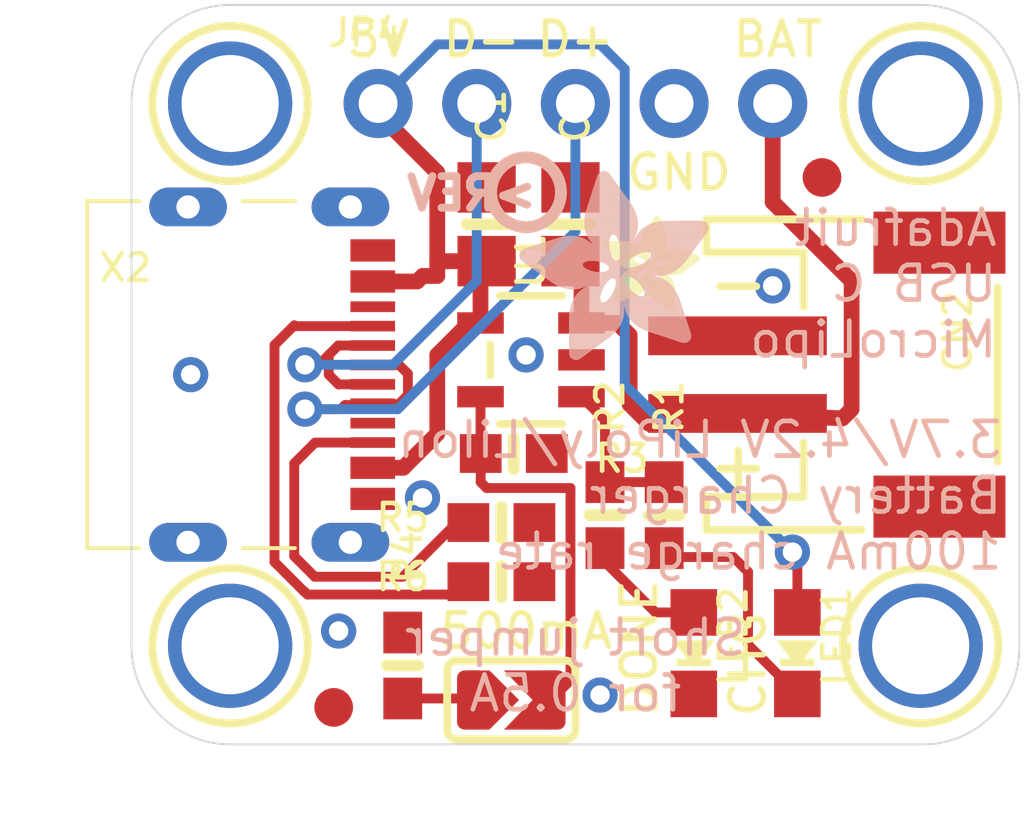
<source format=kicad_pcb>
(kicad_pcb (version 20211014) (generator pcbnew)
  (layers (0 "F.Cu" signal) (31 "B.Cu" signal) (34 "B.Paste" user) (35 "F.Paste" user) (36 "B.SilkS" user "B.Silkscreen") (37 "F.SilkS" user "F.Silkscreen") (38 "B.Mask" user) (39 "F.Mask" user) (44 "Edge.Cuts" user))
  (net 0 "")
  (net 1 "GND")
  (net 2 "N$1")
  (net 3 "N$2")
  (net 4 "VBAT")
  (net 5 "N$5")
  (net 6 "N$6")
  (net 7 "N$3")
  (net 8 "D+")
  (net 9 "D-")
  (net 10 "CC1")
  (net 11 "CC2")
  (net 12 "5V")
  (footprint "boardEagle:MOUNTINGHOLE_2.5_PLATED" (layer "F.Cu") (at 139.6111 98.018193)
    (fp_text reference "U$12" hide)
    (fp_text value "MOUNTINGHOLE2.5" hide)
    (pad "P$1" thru_hole circle (at 0 0) (size 3.2 3.2) (drill 2.5) (layers *.Cu *.Mask))
  )
  (footprint "boardEagle:0805-NO@1" (layer "F.Cu") (at 148.3741 101.129693 90)
    (fp_text reference "C2" (at 2.032 0.127 90) (layer "F.SilkS") (effects (font (size 0.692831 0.692831) (thickness 0.119969)) (justify left)))
    (fp_text value "10µF")
    (pad "1" smd rect (at -0.95 0 90) (size 1.3 1.5) (layers "F.Cu" "F.Paste" "F.Mask") (net 4 "VBAT"))
    (pad "2" smd rect (at 0.95 0 90) (size 1.3 1.5) (layers "F.Cu" "F.Paste" "F.Mask") (net 1 "GND"))
  )
  (footprint "boardEagle:MOUNTINGHOLE_2.5_PLATED" (layer "F.Cu") (at 139.6111 111.988193)
    (fp_text reference "U$11" hide)
    (fp_text value "MOUNTINGHOLE2.5" hide)
    (pad "P$1" thru_hole circle (at 0 0) (size 3.2 3.2) (drill 2.5) (layers *.Cu *.Mask))
  )
  (footprint "boardEagle:JSTPH2" (layer "F.Cu") (at 156.3751 105.003193 -90)
    (fp_text reference "CN2" (at -2.2225 -1.9685 90) (layer "F.SilkS") (effects (font (size 0.692831 0.692831) (thickness 0.119969)) (justify right)))
    (fp_text value "JSTPH")
    (pad "1" smd rect (at -1 3.7 270) (size 1 4.6) (layers "F.Cu" "F.Paste" "F.Mask") (net 1 "GND"))
    (pad "2" smd rect (at 1 3.7 270) (size 1 4.6) (layers "F.Cu" "F.Paste" "F.Mask") (net 4 "VBAT"))
    (pad "NC1" smd rect (at -3.4 -1.5) (size 3.4 1.6) (layers "F.Cu" "F.Paste" "F.Mask"))
    (pad "NC2" smd rect (at 3.4 -1.5) (size 3.4 1.6) (layers "F.Cu" "F.Paste" "F.Mask"))
  )
  (footprint "boardEagle:CHIPLED_0805_NOOUTLINE" (layer "F.Cu") (at 154.2161 112.178693 180)
    (fp_text reference "LED1" (at -1.016 1.778 90) (layer "F.SilkS") (effects (font (size 0.692831 0.692831) (thickness 0.119969)) (justify right)))
    (fp_text value "RED")
    (pad "A" smd rect (at 0 1.05 180) (size 1.2 1.2) (layers "F.Cu" "F.Paste" "F.Mask") (net 12 "5V"))
    (pad "C" smd rect (at 0 -1.05 180) (size 1.2 1.2) (layers "F.Cu" "F.Paste" "F.Mask") (net 2 "N$1"))
  )
  (footprint "boardEagle:FIDUCIAL_1MM" (layer "F.Cu") (at 142.2781 113.575693)
    (fp_text reference "FID1" hide)
    (fp_text value "FIDUCIAL\"\"" hide)
    (pad "1" smd roundrect (at 0 0) (size 1 1) (layers "F.Cu" "F.Mask") (roundrect_rratio 0.5))
  )
  (footprint "boardEagle:ADAFRUIT_2.5MM" (layer "F.Cu") (at 149.2631 103.352193)
    (fp_text reference "U$2" hide)
    (fp_text value "" hide)
  )
  (footprint "boardEagle:MOUNTINGHOLE_2.5_PLATED" (layer "F.Cu") (at 157.3911 98.018193)
    (fp_text reference "U$10" hide)
    (fp_text value "MOUNTINGHOLE2.5" hide)
    (pad "P$1" thru_hole circle (at 0 0) (size 3.2 3.2) (drill 2.5) (layers *.Cu *.Mask))
  )
  (footprint "boardEagle:MOUNTINGHOLE_2.5_PLATED" (layer "F.Cu") (at 157.3911 111.988193)
    (fp_text reference "U$9" hide)
    (fp_text value "MOUNTINGHOLE2.5" hide)
    (pad "P$1" thru_hole circle (at 0 0) (size 3.2 3.2) (drill 2.5) (layers *.Cu *.Mask))
  )
  (footprint "boardEagle:FIDUCIAL_1MM" (layer "F.Cu") (at 154.8511 99.923193)
    (fp_text reference "FID2" hide)
    (fp_text value "FIDUCIAL\"\"" hide)
    (pad "1" smd roundrect (at 0 0) (size 1 1) (layers "F.Cu" "F.Mask") (roundrect_rratio 0.5))
  )
  (footprint "boardEagle:SOLDERJUMPER_ARROW_NOPASTE" (layer "F.Cu") (at 146.8501 113.385193)
    (fp_text reference "SJ1" hide)
    (fp_text value "")
    (fp_poly (pts (xy 0.201021 0) (xy -0.560979 0.762) (xy -1.1684 0.762) (xy -1.1684 -0.762) (xy -0.560979 -0.762)) (layer "F.Cu") (width 0) (fill solid))
    (fp_poly (pts (xy 1.1684 0.762) (xy -0.186831 0.762) (xy 0.548892 0) (xy -0.186831 -0.762) (xy 1.1684 -0.762)) (layer "F.Cu") (width 0) (fill solid))
    (pad "1" smd roundrect (at -1.016 0) (size 0.762 1.524) (layers "F.Cu") (net 7 "N$3"))
    (pad "2" smd roundrect (at 1.016 0) (size 0.762 1.524) (layers "F.Cu") (net 5 "N$5"))
  )
  (footprint "boardEagle:0603-NO" (layer "F.Cu") (at 144.0561 112.496193 90)
    (fp_text reference "R4" (at 2.032 0.127 90) (layer "F.SilkS") (effects (font (size 0.692831 0.692831) (thickness 0.119969)) (justify left)))
    (fp_text value "2.2K")
    (pad "1" smd rect (at -0.85 0 90) (size 1.075 1) (layers "F.Cu" "F.Paste" "F.Mask") (net 7 "N$3"))
    (pad "2" smd rect (at 0.85 0 90) (size 1.075 1) (layers "F.Cu" "F.Paste" "F.Mask") (net 1 "GND"))
  )
  (footprint "boardEagle:0805-NO@1" (layer "F.Cu") (at 146.2151 101.129693 90)
    (fp_text reference "C1" (at 2.032 0.127 90) (layer "F.SilkS") (effects (font (size 0.692831 0.692831) (thickness 0.119969)) (justify left)))
    (fp_text value "10µF")
    (pad "1" smd rect (at -0.95 0 90) (size 1.3 1.5) (layers "F.Cu" "F.Paste" "F.Mask") (net 12 "5V"))
    (pad "2" smd rect (at 0.95 0 90) (size 1.3 1.5) (layers "F.Cu" "F.Paste" "F.Mask") (net 1 "GND"))
  )
  (footprint "boardEagle:0603-NO" (layer "F.Cu") (at 149.2631 108.622693 90)
    (fp_text reference "R2" (at 2.032 0.127 90) (layer "F.SilkS") (effects (font (size 0.692831 0.692831) (thickness 0.119969)) (justify left)))
    (fp_text value "470")
    (pad "1" smd rect (at -0.85 0 90) (size 1.075 1) (layers "F.Cu" "F.Paste" "F.Mask") (net 6 "N$6"))
    (pad "2" smd rect (at 0.85 0 90) (size 1.075 1) (layers "F.Cu" "F.Paste" "F.Mask") (net 3 "N$2"))
  )
  (footprint "boardEagle:0603-NO" (layer "F.Cu") (at 150.7871 108.622693 90)
    (fp_text reference "R1" (at 2.032 0.127 90) (layer "F.SilkS") (effects (font (size 0.692831 0.692831) (thickness 0.119969)) (justify left)))
    (fp_text value "470")
    (pad "1" smd rect (at -0.85 0 90) (size 1.075 1) (layers "F.Cu" "F.Paste" "F.Mask") (net 2 "N$1"))
    (pad "2" smd rect (at 0.85 0 90) (size 1.075 1) (layers "F.Cu" "F.Paste" "F.Mask") (net 3 "N$2"))
  )
  (footprint "boardEagle:USB_C_CUSB31-CFM2AX-01-X" (layer "F.Cu") (at 135.9281 105.003193 -90)
    (fp_text reference "X2" (at -2.75 -0.25) (layer "F.SilkS") (effects (font (size 0.692831 0.692831) (thickness 0.119969)) (justify left)))
    (fp_text value "")
    (pad "" np_thru_hole circle (at -2.89 -6.28 270) (size 0.65 0.65) (drill 0.65) (layers *.Cu *.Mask))
    (pad "" np_thru_hole circle (at 2.89 -6.28 270) (size 0.65 0.65) (drill 0.65) (layers *.Cu *.Mask))
    (pad "A1B12" smd rect (at -3.2 -7.355 270) (size 0.575 1.15) (layers "F.Cu" "F.Paste" "F.Mask") (net 1 "GND"))
    (pad "A4B9" smd rect (at -2.4 -7.355 270) (size 0.575 1.15) (layers "F.Cu" "F.Paste" "F.Mask") (net 12 "5V"))
    (pad "A5" smd rect (at -1.25 -7.355 270) (size 0.275 1.15) (layers "F.Cu" "F.Paste" "F.Mask") (net 10 "CC1"))
    (pad "A6" smd rect (at -0.25 -7.355 270) (size 0.275 1.15) (layers "F.Cu" "F.Paste" "F.Mask") (net 8 "D+"))
    (pad "A7" smd rect (at 0.25 -7.355 270) (size 0.275 1.15) (layers "F.Cu" "F.Paste" "F.Mask") (net 9 "D-"))
    (pad "A8" smd rect (at 1.25 -7.355 270) (size 0.275 1.15) (layers "F.Cu" "F.Paste" "F.Mask"))
    (pad "B1A12" smd rect (at 3.2 -7.355 270) (size 0.575 1.15) (layers "F.Cu" "F.Paste" "F.Mask") (net 1 "GND"))
    (pad "B4A9" smd rect (at 2.4 -7.355 270) (size 0.575 1.15) (layers "F.Cu" "F.Paste" "F.Mask") (net 12 "5V"))
    (pad "B5" smd rect (at 1.75 -7.355 270) (size 0.275 1.15) (layers "F.Cu" "F.Paste" "F.Mask") (net 11 "CC2"))
    (pad "B6" smd rect (at 0.75 -7.355 270) (size 0.275 1.15) (layers "F.Cu" "F.Paste" "F.Mask") (net 8 "D+"))
    (pad "B7" smd rect (at -0.75 -7.355 270) (size 0.275 1.15) (layers "F.Cu" "F.Paste" "F.Mask") (net 9 "D-"))
    (pad "B8" smd rect (at -1.75 -7.355 270) (size 0.275 1.15) (layers "F.Cu" "F.Paste" "F.Mask"))
    (pad "M1" thru_hole oval (at -4.32 -6.78) (size 2 1) (drill 0.6) (layers *.Cu *.Mask))
    (pad "M2" thru_hole oval (at 4.32 -6.78) (size 2 1) (drill 0.6) (layers *.Cu *.Mask))
    (pad "M3" thru_hole oval (at -4.32 -2.6) (size 2 1) (drill 0.6) (layers *.Cu *.Mask))
    (pad "M4" thru_hole oval (at 4.32 -2.6) (size 2 1) (drill 0.6) (layers *.Cu *.Mask))
  )
  (footprint "boardEagle:SOT23-5" (layer "F.Cu") (at 147.3581 104.622193 90)
    (fp_text reference "U1" (at 1.778 0 90) (layer "F.SilkS") (effects (font (size 0.692831 0.692831) (thickness 0.119969)) (justify left)))
    (fp_text value "MCP73831T-2ACI/OT")
    (pad "1" smd rect (at -0.95 1.3001 90) (size 0.55 1.2) (layers "F.Cu" "F.Paste" "F.Mask") (net 3 "N$2"))
    (pad "2" smd rect (at 0 1.3001 90) (size 0.55 1.2) (layers "F.Cu" "F.Paste" "F.Mask") (net 1 "GND"))
    (pad "3" smd rect (at 0.95 1.3001 90) (size 0.55 1.2) (layers "F.Cu" "F.Paste" "F.Mask") (net 4 "VBAT"))
    (pad "4" smd rect (at 0.95 -1.3001 90) (size 0.55 1.2) (layers "F.Cu" "F.Paste" "F.Mask") (net 12 "5V"))
    (pad "5" smd rect (at -0.95 -1.3001 90) (size 0.55 1.2) (layers "F.Cu" "F.Paste" "F.Mask") (net 5 "N$5"))
  )
  (footprint "boardEagle:0603-NO" (layer "F.Cu") (at 146.5961 108.813193 180)
    (fp_text reference "R5" (at 1.778 0.127) (layer "F.SilkS") (effects (font (size 0.692831 0.692831) (thickness 0.119969)) (justify right)))
    (fp_text value "5.1K")
    (pad "1" smd rect (at -0.85 0 180) (size 1.075 1) (layers "F.Cu" "F.Paste" "F.Mask") (net 1 "GND"))
    (pad "2" smd rect (at 0.85 0 180) (size 1.075 1) (layers "F.Cu" "F.Paste" "F.Mask") (net 11 "CC2"))
  )
  (footprint "boardEagle:1X05_ROUND_70" (layer "F.Cu") (at 148.5011 98.018193)
    (fp_text reference "JP4" (at -6.4262 -1.8288) (layer "F.SilkS") (effects (font (size 0.692831 0.692831) (thickness 0.119969)) (justify left)))
    (fp_text value "")
    (pad "1" thru_hole circle (at -5.08 0 90) (size 1.778 1.778) (drill 1) (layers *.Cu *.Mask) (net 12 "5V"))
    (pad "2" thru_hole circle (at -2.54 0 90) (size 1.778 1.778) (drill 1) (layers *.Cu *.Mask) (net 9 "D-"))
    (pad "3" thru_hole circle (at 0 0 90) (size 1.778 1.778) (drill 1) (layers *.Cu *.Mask) (net 8 "D+"))
    (pad "4" thru_hole circle (at 2.54 0 90) (size 1.778 1.778) (drill 1) (layers *.Cu *.Mask) (net 1 "GND"))
    (pad "5" thru_hole circle (at 5.08 0 90) (size 1.778 1.778) (drill 1) (layers *.Cu *.Mask) (net 4 "VBAT"))
  )
  (footprint "boardEagle:CHIPLED_0805_NOOUTLINE" (layer "F.Cu") (at 151.5491 112.178693 180)
    (fp_text reference "LED2" (at -1.016 1.778 90) (layer "F.SilkS") (effects (font (size 0.692831 0.692831) (thickness 0.119969)) (justify right)))
    (fp_text value "GREEN")
    (pad "A" smd rect (at 0 1.05 180) (size 1.2 1.2) (layers "F.Cu" "F.Paste" "F.Mask") (net 6 "N$6"))
    (pad "C" smd rect (at 0 -1.05 180) (size 1.2 1.2) (layers "F.Cu" "F.Paste" "F.Mask") (net 1 "GND"))
  )
  (footprint "boardEagle:0603-NO" (layer "F.Cu") (at 146.9136 107.035193)
    (fp_text reference "R3" (at 2.032 0.127) (layer "F.SilkS") (effects (font (size 0.692831 0.692831) (thickness 0.119969)) (justify left)))
    (fp_text value "10K\\")
    (pad "1" smd rect (at -0.85 0) (size 1.075 1) (layers "F.Cu" "F.Paste" "F.Mask") (net 5 "N$5"))
    (pad "2" smd rect (at 0.85 0) (size 1.075 1) (layers "F.Cu" "F.Paste" "F.Mask") (net 1 "GND"))
  )
  (footprint "boardEagle:0603-NO" (layer "F.Cu") (at 146.5961 110.337193 180)
    (fp_text reference "R6" (at 1.778 0.127) (layer "F.SilkS") (effects (font (size 0.692831 0.692831) (thickness 0.119969)) (justify right)))
    (fp_text value "5.1K")
    (pad "1" smd rect (at -0.85 0 180) (size 1.075 1) (layers "F.Cu" "F.Paste" "F.Mask") (net 1 "GND"))
    (pad "2" smd rect (at 0.85 0 180) (size 1.075 1) (layers "F.Cu" "F.Paste" "F.Mask") (net 10 "CC1"))
  )
  (footprint "boardEagle:ADAFRUIT_5MM" (layer "B.Cu") (at 151.9301 104.622193 180)
    (fp_text reference "U$13" hide)
    (fp_text value "" hide)
  )
  (footprint "boardEagle:PCBFEAT-REV-040" (layer "B.Cu") (at 147.2311 100.304193 180)
    (fp_text reference "U$16" hide)
    (fp_text value "" hide)
    (fp_text user ">REV" (at -0.3556 -0.508) (layer "B.SilkS") (effects (font (size 0.8128 0.8128) (thickness 0.2032)) (justify left bottom mirror)))
  )
  (gr_line (start 137.0711 111.988193) (end 137.0711 98.018193) (layer "Edge.Cuts") (width 0.05))
  (gr_arc (start 159.9311 112.115193) (mid 159.160849 113.847744) (end 157.3911 114.528193) (layer "Edge.Cuts") (width 0.05))
  (gr_arc (start 157.3911 95.478193) (mid 159.187151 96.222142) (end 159.9311 98.018193) (layer "Edge.Cuts") (width 0.05))
  (gr_arc (start 137.0711 98.018193) (mid 137.815049 96.222142) (end 139.6111 95.478193) (layer "Edge.Cuts") (width 0.05))
  (gr_line (start 157.3911 114.528193) (end 139.6111 114.528193) (layer "Edge.Cuts") (width 0.05))
  (gr_arc (start 139.6111 114.528193) (mid 137.815049 113.784244) (end 137.0711 111.988193) (layer "Edge.Cuts") (width 0.05))
  (gr_line (start 159.9311 98.018193) (end 159.9311 112.115193) (layer "Edge.Cuts") (width 0.05))
  (gr_line (start 139.6111 95.478193) (end 157.3911 95.478193) (layer "Edge.Cuts") (width 0.05))
  (gr_text "" (at 154.4701 109.194193) (layer "B.SilkS") (effects (font (size 0.89408 0.89408) (thickness 0.12192)) (justify left bottom mirror)))
  (gr_text "Short jumper\nfor 0.5A" (at 148.5011 112.496193) (layer "B.SilkS") (effects (font (size 0.89408 0.89408) (thickness 0.12192)) (justify mirror)))
  (gr_text "Adafruit\nUSB C\nMicroLipo" (at 159.4231 104.622193) (layer "B.SilkS") (effects (font (size 0.89408 0.89408) (thickness 0.12192)) (justify left bottom mirror)))
  (gr_text "3.7V/4.2V LiPoly/LiIon\nBattery Charger\n100mA charge rate" (at 159.5501 110.083193) (layer "B.SilkS") (effects (font (size 0.89408 0.89408) (thickness 0.12192)) (justify left bottom mirror)))
  (gr_text "GND" (at 151.1681 99.796193) (layer "F.SilkS") (effects (font (size 0.87376 0.87376) (thickness 0.14224))))
  (gr_text "5V" (at 143.4211 96.367193) (layer "F.SilkS") (effects (font (size 0.87376 0.87376) (thickness 0.14224))))
  (gr_text "D+" (at 148.5011 96.367193) (layer "F.SilkS") (effects (font (size 0.87376 0.87376) (thickness 0.14224))))
  (gr_text "+" (at 151.8031 108.051193) (layer "F.SilkS") (effects (font (size 1.223264 1.223264) (thickness 0.199136)) (justify left bottom)))
  (gr_text "BAT" (at 153.7081 96.367193) (layer "F.SilkS") (effects (font (size 0.87376 0.87376) (thickness 0.14224))))
  (gr_text "DONE" (at 150.6601 113.893193 90) (layer "F.SilkS") (effects (font (size 0.87376 0.87376) (thickness 0.14224)) (justify left bottom)))
  (gr_text "CHG" (at 153.4541 113.893193 90) (layer "F.SilkS") (effects (font (size 0.87376 0.87376) (thickness 0.14224)) (justify left bottom)))
  (gr_text "D-" (at 146.0881 96.367193) (layer "F.SilkS") (effects (font (size 0.87376 0.87376) (thickness 0.14224))))
  (gr_text "500mA" (at 147.2311 111.607193) (layer "F.SilkS") (effects (font (size 0.87376 0.87376) (thickness 0.14224))))
  (gr_text "-" (at 151.8031 103.352193) (layer "F.SilkS") (effects (font (size 1.223264 1.223264) (thickness 0.199136)) (justify left bottom)))
  (via (at 147.2311 104.495193) (size 0.9064) (drill 0.5) (layers "F.Cu" "B.Cu") (net 1))
  (via (at 153.5811 102.717193) (size 0.9064) (drill 0.5) (layers "F.Cu" "B.Cu") (net 1))
  (via (at 138.5951 105.003193) (size 0.9064) (drill 0.5) (layers "F.Cu" "B.Cu") (net 1))
  (via (at 144.5641 108.178193) (size 0.9064) (drill 0.5) (layers "F.Cu" "B.Cu") (net 1))
  (via (at 149.1361 113.258193) (size 0.9064) (drill 0.5) (layers "F.Cu" "B.Cu") (net 1))
  (via (at 142.4051 111.607193) (size 0.9064) (drill 0.5) (layers "F.Cu" "B.Cu") (net 1))
  (segment (start 150.7871 109.472693) (end 151.0166 109.702193) (width 0.254) (layer "F.Cu") (net 2))
  (segment (start 151.0166 109.702193) (end 152.5651 109.702193) (width 0.254) (layer "F.Cu") (net 2))
  (segment (start 152.9461 110.083193) (end 152.9461 111.958693) (width 0.254) (layer "F.Cu") (net 2))
  (segment (start 152.9461 111.958693) (end 154.2161 113.228693) (width 0.254) (layer "F.Cu") (net 2))
  (segment (start 152.5651 109.702193) (end 152.9461 110.083193) (width 0.254) (layer "F.Cu") (net 2))
  (segment (start 148.6582 105.572193) (end 149.2631 106.177093) (width 0.254) (layer "F.Cu") (net 3))
  (segment (start 149.2631 106.177093) (end 149.2631 107.772693) (width 0.254) (layer "F.Cu") (net 3))
  (segment (start 149.2631 107.772693) (end 150.7871 107.772693) (width 0.254) (layer "F.Cu") (net 3))
  (segment (start 152.5321 106.273193) (end 152.6751 106.003193) (width 0.4064) (layer "F.Cu") (net 4))
  (segment (start 155.6131 102.590193) (end 153.5811 100.558193) (width 0.4064) (layer "F.Cu") (net 4))
  (segment (start 149.5831 103.672193) (end 149.8981 103.987193) (width 0.4064) (layer "F.Cu") (net 4))
  (segment (start 152.6751 106.003193) (end 155.3751 106.130193) (width 0.4064) (layer "F.Cu") (net 4))
  (segment (start 155.3751 106.130193) (end 155.6131 105.892193) (width 0.4064) (layer "F.Cu") (net 4))
  (segment (start 149.8981 105.765193) (end 150.4061 106.273193) (width 0.4064) (layer "F.Cu") (net 4))
  (segment (start 153.5811 100.558193) (end 153.5811 98.018193) (width 0.4064) (layer "F.Cu") (net 4))
  (segment (start 148.6582 102.363793) (end 148.3741 102.079693) (width 0.4064) (layer "F.Cu") (net 4))
  (segment (start 148.6582 103.672193) (end 148.6582 102.363793) (width 0.4064) (layer "F.Cu") (net 4))
  (segment (start 155.6131 105.892193) (end 155.6131 102.590193) (width 0.4064) (layer "F.Cu") (net 4))
  (segment (start 150.4061 106.273193) (end 152.5321 106.273193) (width 0.4064) (layer "F.Cu") (net 4))
  (segment (start 148.6582 103.672193) (end 149.5831 103.672193) (width 0.4064) (layer "F.Cu") (net 4))
  (segment (start 149.8981 103.987193) (end 149.8981 105.765193) (width 0.4064) (layer "F.Cu") (net 4))
  (segment (start 146.0636 107.772693) (end 146.2151 107.924193) (width 0.254) (layer "F.Cu") (net 5))
  (segment (start 146.058 107.029593) (end 146.0636 107.035193) (width 0.254) (layer "F.Cu") (net 5))
  (segment (start 146.2151 107.924193) (end 148.3741 107.924193) (width 0.254) (layer "F.Cu") (net 5))
  (segment (start 148.3741 112.877193) (end 147.8661 113.385193) (width 0.254) (layer "F.Cu") (net 5))
  (segment (start 146.0636 107.035193) (end 146.0636 107.772693) (width 0.254) (layer "F.Cu") (net 5))
  (segment (start 146.058 105.572193) (end 146.058 107.029593) (width 0.254) (layer "F.Cu") (net 5))
  (segment (start 148.3741 107.924193) (end 148.3741 112.877193) (width 0.254) (layer "F.Cu") (net 5))
  (segment (start 149.2631 109.829193) (end 150.5626 111.128693) (width 0.254) (layer "F.Cu") (net 6))
  (segment (start 150.5626 111.128693) (end 151.5491 111.128693) (width 0.254) (layer "F.Cu") (net 6))
  (segment (start 149.2631 109.472693) (end 149.2631 109.829193) (width 0.254) (layer "F.Cu") (net 6))
  (segment (start 144.0561 113.346193) (end 146.2541 113.346193) (width 0.254) (layer "F.Cu") (net 7))
  (segment (start 146.2541 113.346193) (end 146.2151 113.385193) (width 0.254) (layer "F.Cu") (net 7))
  (segment (start 146.2151 113.385193) (end 145.8341 113.385193) (width 0.254) (layer "F.Cu") (net 7))
  (segment (start 143.962575 104.753193) (end 144.1883 104.978918) (width 0.254) (layer "F.Cu") (net 8))
  (segment (start 143.9291 105.765193) (end 143.2951 105.765193) (width 0.254) (layer "F.Cu") (net 8))
  (segment (start 143.2831 104.753193) (end 143.962575 104.753193) (width 0.254) (layer "F.Cu") (net 8))
  (segment (start 142.571325 105.785493) (end 142.464625 105.892193) (width 0.254) (layer "F.Cu") (net 8))
  (segment (start 144.1883 104.978918) (end 144.1883 105.527468) (width 0.254) (layer "F.Cu") (net 8))
  (segment (start 143.2831 105.753193) (end 143.2951 105.765193) (width 0.254) (layer "F.Cu") (net 8))
  (segment (start 143.2508 105.785493) (end 142.571325 105.785493) (width 0.254) (layer "F.Cu") (net 8))
  (segment (start 143.2831 105.753193) (end 143.2508 105.785493) (width 0.254) (layer "F.Cu") (net 8))
  (segment (start 142.464625 105.892193) (end 141.5375 105.892193) (width 0.254) (layer "F.Cu") (net 8))
  (segment (start 143.9291 105.786668) (end 143.9291 105.765193) (width 0.254) (layer "F.Cu") (net 8))
  (segment (start 144.1883 105.527468) (end 143.9291 105.786668) (width 0.254) (layer "F.Cu") (net 8))
  (via (at 141.5375 105.892193) (size 0.9064) (drill 0.5) (layers "F.Cu" "B.Cu") (net 8))
  (segment (start 143.9291 105.892193) (end 148.5011 101.320193) (width 0.254) (layer "B.Cu") (net 8))
  (segment (start 141.5375 105.892193) (end 143.9291 105.892193) (width 0.254) (layer "B.Cu") (net 8))
  (segment (start 148.5011 101.320193) (end 148.5011 98.018193) (width 0.254) (layer "B.Cu") (net 8))
  (segment (start 141.8971 104.749193) (end 141.5375 104.749193) (width 0.254) (layer "F.Cu") (net 9))
  (segment (start 142.1511 104.495193) (end 142.1511 105.003193) (width 0.254) (layer "F.Cu") (net 9))
  (segment (start 143.2831 104.253193) (end 142.3931 104.253193) (width 0.254) (layer "F.Cu") (net 9))
  (segment (start 142.1511 105.003193) (end 142.4051 105.257193) (width 0.254) (layer "F.Cu") (net 9))
  (segment (start 142.1511 104.495193) (end 141.8971 104.749193) (width 0.254) (layer "F.Cu") (net 9))
  (segment (start 142.4051 105.257193) (end 142.4091 105.253193) (width 0.254) (layer "F.Cu") (net 9))
  (segment (start 142.3931 104.253193) (end 142.1511 104.495193) (width 0.254) (layer "F.Cu") (net 9))
  (segment (start 142.4091 105.253193) (end 143.2831 105.253193) (width 0.254) (layer "F.Cu") (net 9))
  (via (at 141.5375 104.749193) (size 0.9064) (drill 0.5) (layers "F.Cu" "B.Cu") (net 9))
  (segment (start 145.9611 102.590193) (end 145.9611 98.018193) (width 0.254) (layer "B.Cu") (net 9))
  (segment (start 143.8021 104.749193) (end 145.9611 102.590193) (width 0.254) (layer "B.Cu") (net 9))
  (segment (start 141.5375 104.749193) (end 143.8021 104.749193) (width 0.254) (layer "B.Cu") (net 9))
  (segment (start 140.7541 104.241193) (end 141.2621 103.733193) (width 0.254) (layer "F.Cu") (net 10))
  (segment (start 141.2621 103.733193) (end 141.2821 103.753193) (width 0.254) (layer "F.Cu") (net 10))
  (segment (start 145.4159 110.667393) (end 141.601268 110.667393) (width 0.254) (layer "F.Cu") (net 10))
  (segment (start 141.2821 103.753193) (end 143.2831 103.753193) (width 0.254) (layer "F.Cu") (net 10))
  (segment (start 141.5161 110.591193) (end 140.7541 109.829193) (width 0.254) (layer "F.Cu") (net 10))
  (segment (start 141.601268 110.667393) (end 141.525068 110.591193) (width 0.254) (layer "F.Cu") (net 10))
  (segment (start 145.7461 110.337193) (end 145.4159 110.667393) (width 0.254) (layer "F.Cu") (net 10))
  (segment (start 140.7541 109.829193) (end 140.7541 104.241193) (width 0.254) (layer "F.Cu") (net 10))
  (segment (start 141.525068 110.591193) (end 141.5161 110.591193) (width 0.254) (layer "F.Cu") (net 10))
  (segment (start 141.7981 106.753193) (end 143.2831 106.753193) (width 0.254) (layer "F.Cu") (net 11))
  (segment (start 145.7461 108.813193) (end 145.4531 108.813193) (width 0.254) (layer "F.Cu") (net 11))
  (segment (start 141.2621 109.681643) (end 141.2621 107.289193) (width 0.254) (layer "F.Cu") (net 11))
  (segment (start 144.0561 110.210193) (end 141.79065 110.210193) (width 0.254) (layer "F.Cu") (net 11))
  (segment (start 141.79065 110.210193) (end 141.2621 109.681643) (width 0.254) (layer "F.Cu") (net 11))
  (segment (start 145.4531 108.813193) (end 144.0561 110.210193) (width 0.254) (layer "F.Cu") (net 11))
  (segment (start 141.2621 107.289193) (end 141.7981 106.753193) (width 0.254) (layer "F.Cu") (net 11))
  (segment (start 144.5686 102.460693) (end 144.9451 102.460693) (width 0.4064) (layer "F.Cu") (net 12))
  (segment (start 144.0691 107.403193) (end 144.9451 106.527193) (width 0.4064) (layer "F.Cu") (net 12))
  (segment (start 154.2161 109.702193) (end 154.0891 109.575193) (width 0.254) (layer "F.Cu") (net 12))
  (segment (start 144.9451 99.796193) (end 143.4211 98.272193) (width 0.4064) (layer "F.Cu") (net 12))
  (segment (start 144.9451 102.460693) (end 144.9451 102.079693) (width 0.4064) (layer "F.Cu") (net 12))
  (segment (start 143.2831 102.603193) (end 144.4261 102.603193) (width 0.4064) (layer "F.Cu") (net 12))
  (segment (start 144.5686 102.460693) (end 144.4261 102.603193) (width 0.4064) (layer "F.Cu") (net 12))
  (segment (start 146.058 103.672193) (end 146.058 102.236793) (width 0.4064) (layer "F.Cu") (net 12))
  (segment (start 143.2831 107.403193) (end 144.0691 107.403193) (width 0.4064) (layer "F.Cu") (net 12))
  (segment (start 144.9451 106.527193) (end 144.9451 104.495193) (width 0.4064) (layer "F.Cu") (net 12))
  (segment (start 146.2151 102.079693) (end 146.058 102.236793) (width 0.4064) (layer "F.Cu") (net 12))
  (segment (start 144.9451 102.079693) (end 144.9451 99.796193) (width 0.4064) (layer "F.Cu") (net 12))
  (segment (start 144.9451 102.079693) (end 146.2151 102.079693) (width 0.4064) (layer "F.Cu") (net 12))
  (segment (start 145.7681 103.672193) (end 146.058 103.672193) (width 0.4064) (layer "F.Cu") (net 12))
  (segment (start 154.2161 111.128693) (end 154.2161 109.702193) (width 0.254) (layer "F.Cu") (net 12))
  (segment (start 143.4211 98.272193) (end 143.4211 98.018193) (width 0.4064) (layer "F.Cu") (net 12))
  (segment (start 144.9451 104.495193) (end 145.7681 103.672193) (width 0.4064) (layer "F.Cu") (net 12))
  (via (at 154.0891 109.575193) (size 0.9064) (drill 0.5) (layers "F.Cu" "B.Cu") (net 12))
  (segment (start 149.1361 96.494193) (end 144.9451 96.494193) (width 0.254) (layer "B.Cu") (net 12))
  (segment (start 149.7711 97.129193) (end 149.1361 96.494193) (width 0.254) (layer "B.Cu") (net 12))
  (segment (start 154.0891 109.575193) (end 149.7711 105.257193) (width 0.254) (layer "B.Cu") (net 12))
  (segment (start 149.7711 105.257193) (end 149.7711 97.129193) (width 0.254) (layer "B.Cu") (net 12))
  (segment (start 144.9451 96.494193) (end 143.4211 98.018193) (width 0.254) (layer "B.Cu") (net 12))
)
</source>
